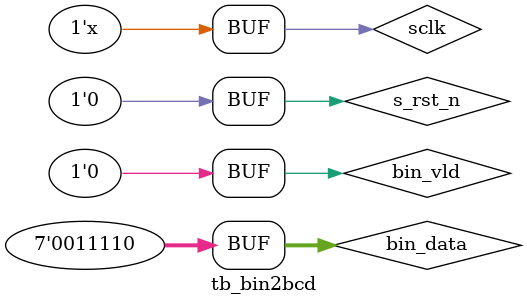
<source format=v>
`timescale 1ns / 1ps
module tb_bin2bcd;

reg                                 sclk;
reg                                 s_rst_n;
reg                                 bin_vld;
reg         [6:0]                 bin_data;
wire                                bcd_vld;
wire        [7:0]                 bcd_data;


initial begin
    sclk = 1;
    s_rst_n <=0;
    bin_vld <= 0;
    bin_data <= 0;
    #100;
    s_rst_n <=1;
    #100;
    s_rst_n <=0;
    #100;
    bin_vld <= 1;
    bin_data <= 30;
    #10;
    bin_vld <= 0;
    
end
always #5 sclk = ~sclk; //时钟周期10ns

bin2bcd #(
    .BIN_WIDTH(7),
    .BCD_WIDTH(8)
) u_bin2bcd (
    .sclk(sclk),
    .s_rst_n(s_rst_n),
    .bin_vld(bin_vld),
    .bin_data(bin_data),
    .bcd_vld(bcd_vld),
    .bcd_data(bcd_data)
);
endmodule

</source>
